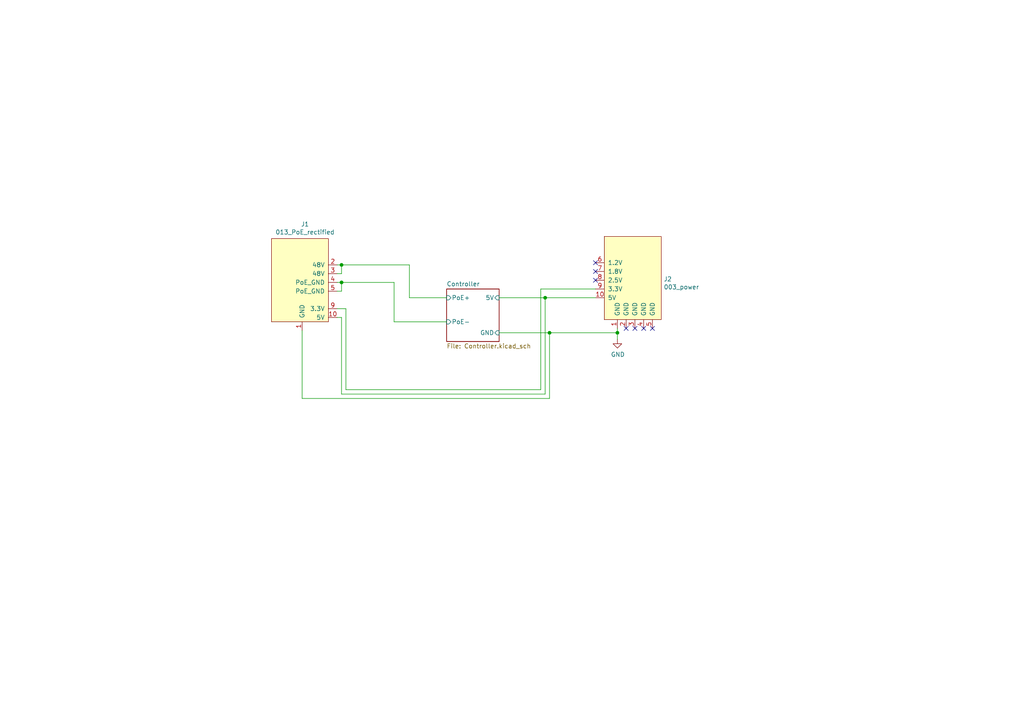
<source format=kicad_sch>
(kicad_sch (version 20211123) (generator eeschema)

  (uuid 81bbc3ff-3938-49ac-8297-ce2bcc9a42bd)

  (paper "A4")

  (lib_symbols
    (symbol "power:GND" (power) (pin_names (offset 0)) (in_bom yes) (on_board yes)
      (property "Reference" "#PWR" (id 0) (at 0 -6.35 0)
        (effects (font (size 1.27 1.27)) hide)
      )
      (property "Value" "GND" (id 1) (at 0 -3.81 0)
        (effects (font (size 1.27 1.27)))
      )
      (property "Footprint" "" (id 2) (at 0 0 0)
        (effects (font (size 1.27 1.27)) hide)
      )
      (property "Datasheet" "" (id 3) (at 0 0 0)
        (effects (font (size 1.27 1.27)) hide)
      )
      (property "ki_keywords" "power-flag" (id 4) (at 0 0 0)
        (effects (font (size 1.27 1.27)) hide)
      )
      (property "ki_description" "Power symbol creates a global label with name \"GND\" , ground" (id 5) (at 0 0 0)
        (effects (font (size 1.27 1.27)) hide)
      )
      (symbol "GND_0_1"
        (polyline
          (pts
            (xy 0 0)
            (xy 0 -1.27)
            (xy 1.27 -1.27)
            (xy 0 -2.54)
            (xy -1.27 -1.27)
            (xy 0 -1.27)
          )
          (stroke (width 0) (type default) (color 0 0 0 0))
          (fill (type none))
        )
      )
      (symbol "GND_1_1"
        (pin power_in line (at 0 0 270) (length 0) hide
          (name "GND" (effects (font (size 1.27 1.27))))
          (number "1" (effects (font (size 1.27 1.27))))
        )
      )
    )
    (symbol "put_on_edge:003_power" (pin_names (offset 1.016)) (in_bom yes) (on_board yes)
      (property "Reference" "J" (id 0) (at -2.54 13.97 0)
        (effects (font (size 1.27 1.27)))
      )
      (property "Value" "003_power" (id 1) (at 8.89 13.97 0)
        (effects (font (size 1.27 1.27)))
      )
      (property "Footprint" "" (id 2) (at 7.62 16.51 0)
        (effects (font (size 1.27 1.27)) hide)
      )
      (property "Datasheet" "" (id 3) (at 7.62 16.51 0)
        (effects (font (size 1.27 1.27)) hide)
      )
      (symbol "003_power_0_1"
        (rectangle (start -8.89 12.7) (end 7.62 -11.43)
          (stroke (width 0) (type default) (color 0 0 0 0))
          (fill (type background))
        )
      )
      (symbol "003_power_1_1"
        (pin power_in line (at -5.08 -13.97 90) (length 2.54)
          (name "GND" (effects (font (size 1.27 1.27))))
          (number "1" (effects (font (size 1.27 1.27))))
        )
        (pin power_out line (at -11.43 -5.08 0) (length 2.54)
          (name "5V" (effects (font (size 1.27 1.27))))
          (number "10" (effects (font (size 1.27 1.27))))
        )
        (pin power_in line (at -2.54 -13.97 90) (length 2.54)
          (name "GND" (effects (font (size 1.27 1.27))))
          (number "2" (effects (font (size 1.27 1.27))))
        )
        (pin power_in line (at 0 -13.97 90) (length 2.54)
          (name "GND" (effects (font (size 1.27 1.27))))
          (number "3" (effects (font (size 1.27 1.27))))
        )
        (pin power_in line (at 2.54 -13.97 90) (length 2.54)
          (name "GND" (effects (font (size 1.27 1.27))))
          (number "4" (effects (font (size 1.27 1.27))))
        )
        (pin power_in line (at 5.08 -13.97 90) (length 2.54)
          (name "GND" (effects (font (size 1.27 1.27))))
          (number "5" (effects (font (size 1.27 1.27))))
        )
        (pin power_out line (at -11.43 5.08 0) (length 2.54)
          (name "1.2V" (effects (font (size 1.27 1.27))))
          (number "6" (effects (font (size 1.27 1.27))))
        )
        (pin power_out line (at -11.43 2.54 0) (length 2.54)
          (name "1.8V" (effects (font (size 1.27 1.27))))
          (number "7" (effects (font (size 1.27 1.27))))
        )
        (pin power_out line (at -11.43 0 0) (length 2.54)
          (name "2.5V" (effects (font (size 1.27 1.27))))
          (number "8" (effects (font (size 1.27 1.27))))
        )
        (pin power_out line (at -11.43 -2.54 0) (length 2.54)
          (name "3.3V" (effects (font (size 1.27 1.27))))
          (number "9" (effects (font (size 1.27 1.27))))
        )
      )
    )
    (symbol "put_on_edge:013_PoE_rectified" (pin_names (offset 1.016)) (in_bom yes) (on_board yes)
      (property "Reference" "J" (id 0) (at -2.54 13.97 0)
        (effects (font (size 1.27 1.27)))
      )
      (property "Value" "013_PoE_rectified" (id 1) (at 8.89 13.97 0)
        (effects (font (size 1.27 1.27)))
      )
      (property "Footprint" "" (id 2) (at 7.62 16.51 0)
        (effects (font (size 1.27 1.27)) hide)
      )
      (property "Datasheet" "" (id 3) (at 7.62 16.51 0)
        (effects (font (size 1.27 1.27)) hide)
      )
      (symbol "013_PoE_rectified_0_1"
        (rectangle (start -8.89 12.7) (end 7.62 -11.43)
          (stroke (width 0) (type default) (color 0 0 0 0))
          (fill (type background))
        )
      )
      (symbol "013_PoE_rectified_1_1"
        (pin power_in line (at -1.27 -13.97 90) (length 2.54)
          (name "GND" (effects (font (size 1.27 1.27))))
          (number "1" (effects (font (size 1.27 1.27))))
        )
        (pin power_in line (at -11.43 -10.16 0) (length 2.54)
          (name "5V" (effects (font (size 1.27 1.27))))
          (number "10" (effects (font (size 1.27 1.27))))
        )
        (pin bidirectional line (at -11.43 5.08 0) (length 2.54)
          (name "48V" (effects (font (size 1.27 1.27))))
          (number "2" (effects (font (size 1.27 1.27))))
        )
        (pin bidirectional line (at -11.43 2.54 0) (length 2.54)
          (name "48V" (effects (font (size 1.27 1.27))))
          (number "3" (effects (font (size 1.27 1.27))))
        )
        (pin power_in line (at -11.43 0 0) (length 2.54)
          (name "PoE_GND" (effects (font (size 1.27 1.27))))
          (number "4" (effects (font (size 1.27 1.27))))
        )
        (pin power_in line (at -11.43 -2.54 0) (length 2.54)
          (name "PoE_GND" (effects (font (size 1.27 1.27))))
          (number "5" (effects (font (size 1.27 1.27))))
        )
        (pin power_in line (at -11.43 -7.62 0) (length 2.54)
          (name "3.3V" (effects (font (size 1.27 1.27))))
          (number "9" (effects (font (size 1.27 1.27))))
        )
      )
    )
  )

  (junction (at 158.115 86.36) (diameter 0) (color 0 0 0 0)
    (uuid 346c060d-e2cf-4ad4-bb9f-cd016ca545d9)
  )
  (junction (at 99.06 76.835) (diameter 0) (color 0 0 0 0)
    (uuid 62c076a3-d618-44a2-9042-9a08b3576787)
  )
  (junction (at 99.06 81.915) (diameter 0) (color 0 0 0 0)
    (uuid 894b0291-00d3-4846-8d0f-a88b88b824fa)
  )
  (junction (at 179.07 96.52) (diameter 0) (color 0 0 0 0)
    (uuid c144caa5-b0d4-4cef-840a-d4ad178a2102)
  )
  (junction (at 159.385 96.52) (diameter 0) (color 0 0 0 0)
    (uuid c688162c-2b15-46b4-b6f1-8bce045df450)
  )

  (no_connect (at 172.72 78.74) (uuid 2e642b3e-a476-4c54-9a52-dcea955640cd))
  (no_connect (at 172.72 81.28) (uuid 5038e144-5119-49db-b6cf-f7c345f1cf03))
  (no_connect (at 172.72 76.2) (uuid 87371631-aa02-498a-998a-09bdb74784c1))
  (no_connect (at 181.61 95.25) (uuid eb6ab83a-a536-40ef-bd48-e7ff9a99ec65))
  (no_connect (at 184.15 95.25) (uuid eb6ab83a-a536-40ef-bd48-e7ff9a99ec65))
  (no_connect (at 186.69 95.25) (uuid eb6ab83a-a536-40ef-bd48-e7ff9a99ec65))
  (no_connect (at 189.23 95.25) (uuid eb6ab83a-a536-40ef-bd48-e7ff9a99ec65))

  (wire (pts (xy 159.385 96.52) (xy 144.78 96.52))
    (stroke (width 0) (type default) (color 0 0 0 0))
    (uuid 00f53c8b-a53c-4856-9f2a-81a5d02e67bf)
  )
  (wire (pts (xy 114.3 81.915) (xy 114.3 93.345))
    (stroke (width 0) (type default) (color 0 0 0 0))
    (uuid 0a6ce173-c964-407e-a1fe-db37f3b8a724)
  )
  (wire (pts (xy 129.54 86.36) (xy 118.745 86.36))
    (stroke (width 0) (type default) (color 0 0 0 0))
    (uuid 172042ec-03fe-40fb-a2c3-5aae31c7a2f0)
  )
  (wire (pts (xy 159.385 96.52) (xy 159.385 115.57))
    (stroke (width 0) (type default) (color 0 0 0 0))
    (uuid 1f98cfe7-4d04-4676-9b28-546082ae9b9f)
  )
  (wire (pts (xy 114.3 93.345) (xy 129.54 93.345))
    (stroke (width 0) (type default) (color 0 0 0 0))
    (uuid 262d2be5-609b-49c8-b30e-344f321f7b43)
  )
  (wire (pts (xy 97.79 89.535) (xy 100.33 89.535))
    (stroke (width 0) (type default) (color 0 0 0 0))
    (uuid 3e194792-77cf-4c44-aa3b-171a3e1f3f05)
  )
  (wire (pts (xy 99.06 84.455) (xy 99.06 81.915))
    (stroke (width 0) (type default) (color 0 0 0 0))
    (uuid 55e6882b-9e91-45ce-a67e-a7efee099e3d)
  )
  (wire (pts (xy 97.79 81.915) (xy 99.06 81.915))
    (stroke (width 0) (type default) (color 0 0 0 0))
    (uuid 62ff64f1-0b0b-4f4b-9ad8-3c334a41fee6)
  )
  (wire (pts (xy 156.845 113.03) (xy 156.845 83.82))
    (stroke (width 0) (type default) (color 0 0 0 0))
    (uuid 653866fb-5563-4e7a-ab28-141e2f9f3b87)
  )
  (wire (pts (xy 97.79 79.375) (xy 99.06 79.375))
    (stroke (width 0) (type default) (color 0 0 0 0))
    (uuid 6e105729-aba0-497c-a99e-c32d2b3ddb6d)
  )
  (wire (pts (xy 158.115 86.36) (xy 158.115 114.3))
    (stroke (width 0) (type default) (color 0 0 0 0))
    (uuid 702353f9-66d3-42a2-9971-559c0e8df0f3)
  )
  (wire (pts (xy 99.06 114.3) (xy 158.115 114.3))
    (stroke (width 0) (type default) (color 0 0 0 0))
    (uuid 92d70c78-e0b0-4294-8705-0be9e408fa8d)
  )
  (wire (pts (xy 156.845 83.82) (xy 172.72 83.82))
    (stroke (width 0) (type default) (color 0 0 0 0))
    (uuid 95302677-67c9-4921-969b-d29a5189954e)
  )
  (wire (pts (xy 99.06 79.375) (xy 99.06 76.835))
    (stroke (width 0) (type default) (color 0 0 0 0))
    (uuid 983c426c-24e0-4c65-ab69-1f1824adc5c6)
  )
  (wire (pts (xy 87.63 115.57) (xy 87.63 95.885))
    (stroke (width 0) (type default) (color 0 0 0 0))
    (uuid 9c708bf8-eab2-434a-9111-b08e5b8daaad)
  )
  (wire (pts (xy 99.06 81.915) (xy 114.3 81.915))
    (stroke (width 0) (type default) (color 0 0 0 0))
    (uuid 9ce05342-c41c-4d10-89b4-6cc02c6b77b6)
  )
  (wire (pts (xy 99.06 92.075) (xy 99.06 114.3))
    (stroke (width 0) (type default) (color 0 0 0 0))
    (uuid a244605b-e215-4a69-a550-465b61fcfa7b)
  )
  (wire (pts (xy 100.33 113.03) (xy 156.845 113.03))
    (stroke (width 0) (type default) (color 0 0 0 0))
    (uuid a2959b03-f6dc-47ff-8d05-f401effabb8e)
  )
  (wire (pts (xy 179.07 96.52) (xy 159.385 96.52))
    (stroke (width 0) (type default) (color 0 0 0 0))
    (uuid a690fc6c-55d9-47e6-b533-faa4b67e20f3)
  )
  (wire (pts (xy 118.745 86.36) (xy 118.745 76.835))
    (stroke (width 0) (type default) (color 0 0 0 0))
    (uuid c17e3f9b-18ec-4373-a234-5f8e4f0c480a)
  )
  (wire (pts (xy 99.06 76.835) (xy 97.79 76.835))
    (stroke (width 0) (type default) (color 0 0 0 0))
    (uuid c1d83899-e380-49f9-a87d-8e78bc089ebf)
  )
  (wire (pts (xy 158.115 86.36) (xy 172.72 86.36))
    (stroke (width 0) (type default) (color 0 0 0 0))
    (uuid c5029ba1-5c31-4e17-b1eb-ee082e063f02)
  )
  (wire (pts (xy 100.33 89.535) (xy 100.33 113.03))
    (stroke (width 0) (type default) (color 0 0 0 0))
    (uuid c9889697-b462-46a4-98c6-e446d6986748)
  )
  (wire (pts (xy 179.07 96.52) (xy 179.07 95.25))
    (stroke (width 0) (type default) (color 0 0 0 0))
    (uuid d8603679-3e7b-4337-8dbc-1827f5f54d8a)
  )
  (wire (pts (xy 97.79 92.075) (xy 99.06 92.075))
    (stroke (width 0) (type default) (color 0 0 0 0))
    (uuid d9a3d888-36c9-47d8-9125-e525e53504fb)
  )
  (wire (pts (xy 179.07 98.425) (xy 179.07 96.52))
    (stroke (width 0) (type default) (color 0 0 0 0))
    (uuid e615f7aa-337e-474d-9615-2ad82b1c44ca)
  )
  (wire (pts (xy 99.06 76.835) (xy 118.745 76.835))
    (stroke (width 0) (type default) (color 0 0 0 0))
    (uuid e9bb29b2-2bb9-4ea2-acd9-2bb3ca677a12)
  )
  (wire (pts (xy 97.79 84.455) (xy 99.06 84.455))
    (stroke (width 0) (type default) (color 0 0 0 0))
    (uuid ef922e06-6192-4589-a831-4f89a6905d3d)
  )
  (wire (pts (xy 144.78 86.36) (xy 158.115 86.36))
    (stroke (width 0) (type default) (color 0 0 0 0))
    (uuid efeac2a2-7682-4dc7-83ee-f6f1b23da506)
  )
  (wire (pts (xy 159.385 115.57) (xy 87.63 115.57))
    (stroke (width 0) (type default) (color 0 0 0 0))
    (uuid fdc39962-a88f-4ebc-9e62-51e370988918)
  )

  (symbol (lib_id "put_on_edge:013_PoE_rectified") (at 86.36 81.915 0) (mirror y) (unit 1)
    (in_bom yes) (on_board yes)
    (uuid 00000000-0000-0000-0000-00006083a976)
    (property "Reference" "J1" (id 0) (at 88.4682 65.024 0))
    (property "Value" "013_PoE_rectified" (id 1) (at 88.4682 67.3354 0))
    (property "Footprint" "on_edge:on_edge_2x05_device" (id 2) (at 78.74 65.405 0)
      (effects (font (size 1.27 1.27)) hide)
    )
    (property "Datasheet" "" (id 3) (at 78.74 65.405 0)
      (effects (font (size 1.27 1.27)) hide)
    )
    (pin "1" (uuid d0de3768-30da-414a-8eea-4f721bf92ad6))
    (pin "10" (uuid 03f74d2c-b1b8-4f67-8f9b-94a1e335fa7a))
    (pin "2" (uuid d0fea5b1-0482-4765-b5dd-ef3e6f89da78))
    (pin "3" (uuid 0ddf9e3b-054c-4386-b851-6a20953c3edf))
    (pin "4" (uuid 011f128d-dc10-46a5-af09-3b8c96a2f5ba))
    (pin "5" (uuid 4909eb18-dc20-4813-9983-1452e243ca71))
    (pin "9" (uuid ba988ae5-d07f-43a9-85a6-540888e12a23))
  )

  (symbol (lib_id "power:GND") (at 179.07 98.425 0) (unit 1)
    (in_bom yes) (on_board yes)
    (uuid 00000000-0000-0000-0000-00006083e083)
    (property "Reference" "#PWR0103" (id 0) (at 179.07 104.775 0)
      (effects (font (size 1.27 1.27)) hide)
    )
    (property "Value" "GND" (id 1) (at 179.197 102.8192 0))
    (property "Footprint" "" (id 2) (at 179.07 98.425 0)
      (effects (font (size 1.27 1.27)) hide)
    )
    (property "Datasheet" "" (id 3) (at 179.07 98.425 0)
      (effects (font (size 1.27 1.27)) hide)
    )
    (pin "1" (uuid 71111610-3a25-4598-a064-04cc4de06ce4))
  )

  (symbol (lib_id "put_on_edge:003_power") (at 184.15 81.28 0) (unit 1)
    (in_bom yes) (on_board yes)
    (uuid 00000000-0000-0000-0000-0000609e43df)
    (property "Reference" "J2" (id 0) (at 192.4812 80.9498 0)
      (effects (font (size 1.27 1.27)) (justify left))
    )
    (property "Value" "003_power" (id 1) (at 192.4812 83.2612 0)
      (effects (font (size 1.27 1.27)) (justify left))
    )
    (property "Footprint" "on_edge:on_edge_2x05_host" (id 2) (at 191.77 64.77 0)
      (effects (font (size 1.27 1.27)) hide)
    )
    (property "Datasheet" "" (id 3) (at 191.77 64.77 0)
      (effects (font (size 1.27 1.27)) hide)
    )
    (pin "1" (uuid 0d85fe29-f9c6-4e09-8ac1-f3e3e5e9cd63))
    (pin "10" (uuid cc210e69-10ae-4e2d-88ae-27a49f387006))
    (pin "2" (uuid ac7d251e-7c93-4c89-8467-ebd89d6ef6bb))
    (pin "3" (uuid 2e3362e9-9b55-4136-a1a6-1328ad76fa7f))
    (pin "4" (uuid a59a7927-0a9c-48b1-8d02-37baf1009ef6))
    (pin "5" (uuid 650bc78a-5fbb-4278-8443-ce2009577e99))
    (pin "6" (uuid 508580d5-aa8e-4b89-8081-d687e1ee2adb))
    (pin "7" (uuid ba0d53cd-11e0-4926-9c74-2e1526108204))
    (pin "8" (uuid 011d8239-4792-4960-93e3-36da88fd5d25))
    (pin "9" (uuid 9fb910a0-b500-495d-8d18-74b5a9ea6ff3))
  )

  (sheet (at 129.54 83.82) (size 15.24 15.24) (fields_autoplaced)
    (stroke (width 0) (type solid) (color 0 0 0 0))
    (fill (color 0 0 0 0.0000))
    (uuid 00000000-0000-0000-0000-00006083c3a8)
    (property "Sheet name" "Controller" (id 0) (at 129.54 83.1084 0)
      (effects (font (size 1.27 1.27)) (justify left bottom))
    )
    (property "Sheet file" "Controller.kicad_sch" (id 1) (at 129.54 99.6446 0)
      (effects (font (size 1.27 1.27)) (justify left top))
    )
    (pin "PoE-" input (at 129.54 93.345 180)
      (effects (font (size 1.27 1.27)) (justify left))
      (uuid 8322f275-268c-4e87-a69f-4cfbf05e747f)
    )
    (pin "PoE+" input (at 129.54 86.36 180)
      (effects (font (size 1.27 1.27)) (justify left))
      (uuid b6270a28-e0d9-4655-a18a-03dbf007b940)
    )
    (pin "5V" input (at 144.78 86.36 0)
      (effects (font (size 1.27 1.27)) (justify right))
      (uuid f3490fa5-5a27-423b-af60-53609669542c)
    )
    (pin "GND" input (at 144.78 96.52 0)
      (effects (font (size 1.27 1.27)) (justify right))
      (uuid 1860e030-7a36-4298-b7fc-a16d48ab15ba)
    )
  )

  (sheet_instances
    (path "/" (page "1"))
    (path "/00000000-0000-0000-0000-00006083c3a8" (page "2"))
  )

  (symbol_instances
    (path "/00000000-0000-0000-0000-00006083e083"
      (reference "#PWR0103") (unit 1) (value "GND") (footprint "")
    )
    (path "/00000000-0000-0000-0000-00006083c3a8/00000000-0000-0000-0000-000060a06e25"
      (reference "C1") (unit 1) (value "100n") (footprint "Capacitor_SMD:C_0603_1608Metric")
    )
    (path "/00000000-0000-0000-0000-00006083c3a8/00000000-0000-0000-0000-000060a1ec7f"
      (reference "C2") (unit 1) (value "100n") (footprint "Capacitor_SMD:C_0603_1608Metric")
    )
    (path "/00000000-0000-0000-0000-00006083c3a8/00000000-0000-0000-0000-000060a18fd2"
      (reference "C3") (unit 1) (value "2.2uF") (footprint "Capacitor_SMD:C_1210_3225Metric")
    )
    (path "/00000000-0000-0000-0000-00006083c3a8/00000000-0000-0000-0000-000060a13580"
      (reference "C4") (unit 1) (value "10nF") (footprint "Capacitor_SMD:C_0603_1608Metric")
    )
    (path "/00000000-0000-0000-0000-00006083c3a8/00000000-0000-0000-0000-000060a193fd"
      (reference "C5") (unit 1) (value "2.2uF") (footprint "Capacitor_SMD:C_1210_3225Metric")
    )
    (path "/00000000-0000-0000-0000-00006083c3a8/00000000-0000-0000-0000-000060a19703"
      (reference "C6") (unit 1) (value "2.2uF") (footprint "Capacitor_SMD:C_1210_3225Metric")
    )
    (path "/00000000-0000-0000-0000-00006083c3a8/00000000-0000-0000-0000-000060a19a37"
      (reference "C7") (unit 1) (value "2.2uF") (footprint "Capacitor_SMD:C_1210_3225Metric")
    )
    (path "/00000000-0000-0000-0000-00006083c3a8/00000000-0000-0000-0000-000060a486c8"
      (reference "C8") (unit 1) (value "10n") (footprint "Capacitor_SMD:C_0603_1608Metric")
    )
    (path "/00000000-0000-0000-0000-00006083c3a8/00000000-0000-0000-0000-000060a4fedc"
      (reference "C9") (unit 1) (value "22uF") (footprint "Capacitor_SMD:C_0805_2012Metric")
    )
    (path "/00000000-0000-0000-0000-00006083c3a8/00000000-0000-0000-0000-000060a50237"
      (reference "C10") (unit 1) (value "22uF") (footprint "Capacitor_SMD:C_0805_2012Metric")
    )
    (path "/00000000-0000-0000-0000-00006083c3a8/00000000-0000-0000-0000-000060a5bd63"
      (reference "C11") (unit 1) (value "220u") (footprint "Capacitor_Tantalum_SMD:CP_EIA-7343-31_Kemet-D")
    )
    (path "/00000000-0000-0000-0000-00006083c3a8/00000000-0000-0000-0000-000060a945db"
      (reference "C12") (unit 1) (value "1nF") (footprint "Capacitor_SMD:C_1806_4516Metric")
    )
    (path "/00000000-0000-0000-0000-00006083c3a8/00000000-0000-0000-0000-000060a1507f"
      (reference "D1") (unit 1) (value "BAV21WS-HE3-18") (footprint "Diode_SMD:D_SOD-323_HandSoldering")
    )
    (path "/00000000-0000-0000-0000-00006083c3a8/00000000-0000-0000-0000-000060a1c97a"
      (reference "D2") (unit 1) (value "1N4148") (footprint "Diode_SMD:D_SOD-323_HandSoldering")
    )
    (path "/00000000-0000-0000-0000-00006083c3a8/00000000-0000-0000-0000-000060a3d3c1"
      (reference "D3") (unit 1) (value "CUS15S30,H3F") (footprint "Diode_SMD:D_SOD-323_HandSoldering")
    )
    (path "/00000000-0000-0000-0000-00006083a976"
      (reference "J1") (unit 1) (value "013_PoE_rectified") (footprint "on_edge:on_edge_2x05_device")
    )
    (path "/00000000-0000-0000-0000-0000609e43df"
      (reference "J2") (unit 1) (value "003_power") (footprint "on_edge:on_edge_2x05_host")
    )
    (path "/00000000-0000-0000-0000-00006083c3a8/00000000-0000-0000-0000-000060a2d39d"
      (reference "R1") (unit 1) (value "100k") (footprint "Resistor_SMD:R_0603_1608Metric")
    )
    (path "/00000000-0000-0000-0000-00006083c3a8/00000000-0000-0000-0000-000060a2d79d"
      (reference "R2") (unit 1) (value "20k") (footprint "Resistor_SMD:R_0603_1608Metric")
    )
    (path "/00000000-0000-0000-0000-00006083c3a8/00000000-0000-0000-0000-000060a08fa6"
      (reference "R3") (unit 1) (value "41.2R") (footprint "Resistor_SMD:R_0603_1608Metric")
    )
    (path "/00000000-0000-0000-0000-00006083c3a8/00000000-0000-0000-0000-000060a0839d"
      (reference "R4") (unit 1) (value "24.9k") (footprint "Resistor_SMD:R_0603_1608Metric")
    )
    (path "/00000000-0000-0000-0000-00006083c3a8/00000000-0000-0000-0000-000060a2372f"
      (reference "R5") (unit 1) (value "52.3k") (footprint "Resistor_SMD:R_0603_1608Metric")
    )
    (path "/00000000-0000-0000-0000-00006083c3a8/00000000-0000-0000-0000-000060a12ead"
      (reference "R6") (unit 1) (value "10k") (footprint "Resistor_SMD:R_0603_1608Metric")
    )
    (path "/00000000-0000-0000-0000-00006083c3a8/00000000-0000-0000-0000-000060a216c3"
      (reference "R7") (unit 1) (value "5k") (footprint "Resistor_SMD:R_0603_1608Metric")
    )
    (path "/00000000-0000-0000-0000-00006083c3a8/00000000-0000-0000-0000-000060a4b646"
      (reference "R8") (unit 1) (value "20R") (footprint "Resistor_SMD:R_0603_1608Metric")
    )
    (path "/00000000-0000-0000-0000-00006083c3a8/00000000-0000-0000-0000-000060a0318a"
      (reference "U1") (unit 1) (value "MP8007") (footprint "Package_DFN_QFN:QFN-28-1EP_4x5mm_P0.5mm_EP2.65x3.65mm_ThermalVias")
    )
    (path "/00000000-0000-0000-0000-00006083c3a8/00000000-0000-0000-0000-000060a03af8"
      (reference "U2") (unit 1) (value "POE30P-50L") (footprint "b033:Transformer_Coilcraft_POE30P")
    )
  )
)

</source>
